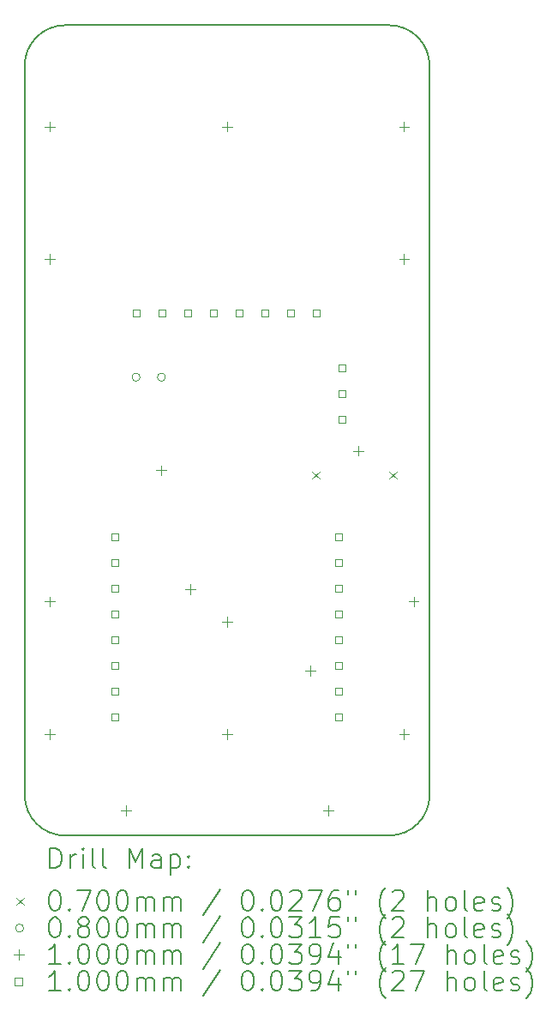
<source format=gbr>
%TF.GenerationSoftware,KiCad,Pcbnew,9.0.1-9.0.1-0~ubuntu24.04.1*%
%TF.CreationDate,2025-04-10T17:48:20-04:00*%
%TF.ProjectId,temperature_sensor,74656d70-6572-4617-9475-72655f73656e,rev?*%
%TF.SameCoordinates,Original*%
%TF.FileFunction,Drillmap*%
%TF.FilePolarity,Positive*%
%FSLAX45Y45*%
G04 Gerber Fmt 4.5, Leading zero omitted, Abs format (unit mm)*
G04 Created by KiCad (PCBNEW 9.0.1-9.0.1-0~ubuntu24.04.1) date 2025-04-10 17:48:20*
%MOMM*%
%LPD*%
G01*
G04 APERTURE LIST*
%ADD10C,0.200000*%
%ADD11C,0.100000*%
G04 APERTURE END LIST*
D10*
X16051700Y-5209400D02*
G75*
G02*
X16451700Y-5609400I0J-400000D01*
G01*
X16451700Y-12809400D02*
G75*
G02*
X16051700Y-13209400I-400000J0D01*
G01*
X16051700Y-13209400D02*
X12851700Y-13209400D01*
X16451700Y-5609400D02*
X16451700Y-12809400D01*
X12451700Y-12809400D02*
X12451700Y-5609400D01*
X12851700Y-13209400D02*
G75*
G02*
X12451700Y-12809400I0J400000D01*
G01*
X12451700Y-5609400D02*
G75*
G02*
X12851700Y-5209400I400000J0D01*
G01*
X12851700Y-5209400D02*
X16051700Y-5209400D01*
D11*
X15293900Y-9617000D02*
X15363900Y-9687000D01*
X15363900Y-9617000D02*
X15293900Y-9687000D01*
X16055900Y-9617000D02*
X16125900Y-9687000D01*
X16125900Y-9617000D02*
X16055900Y-9687000D01*
X13592429Y-8684200D02*
G75*
G02*
X13512429Y-8684200I-40000J0D01*
G01*
X13512429Y-8684200D02*
G75*
G02*
X13592429Y-8684200I40000J0D01*
G01*
X13842429Y-8684200D02*
G75*
G02*
X13762429Y-8684200I-40000J0D01*
G01*
X13762429Y-8684200D02*
G75*
G02*
X13842429Y-8684200I40000J0D01*
G01*
X12700000Y-6160000D02*
X12700000Y-6260000D01*
X12650000Y-6210000D02*
X12750000Y-6210000D01*
X12700000Y-7465000D02*
X12700000Y-7565000D01*
X12650000Y-7515000D02*
X12750000Y-7515000D01*
X12700000Y-10850000D02*
X12700000Y-10950000D01*
X12650000Y-10900000D02*
X12750000Y-10900000D01*
X12700000Y-12160000D02*
X12700000Y-12260000D01*
X12650000Y-12210000D02*
X12750000Y-12210000D01*
X13450000Y-12910000D02*
X13450000Y-13010000D01*
X13400000Y-12960000D02*
X13500000Y-12960000D01*
X13800000Y-9554098D02*
X13800000Y-9654098D01*
X13750000Y-9604098D02*
X13850000Y-9604098D01*
X14085000Y-10725000D02*
X14085000Y-10825000D01*
X14035000Y-10775000D02*
X14135000Y-10775000D01*
X14450000Y-6160000D02*
X14450000Y-6260000D01*
X14400000Y-6210000D02*
X14500000Y-6210000D01*
X14450000Y-11050000D02*
X14450000Y-11150000D01*
X14400000Y-11100000D02*
X14500000Y-11100000D01*
X14450000Y-12160000D02*
X14450000Y-12260000D01*
X14400000Y-12210000D02*
X14500000Y-12210000D01*
X15275000Y-11535000D02*
X15275000Y-11635000D01*
X15225000Y-11585000D02*
X15325000Y-11585000D01*
X15450000Y-12910000D02*
X15450000Y-13010000D01*
X15400000Y-12960000D02*
X15500000Y-12960000D01*
X15748000Y-9360700D02*
X15748000Y-9460700D01*
X15698000Y-9410700D02*
X15798000Y-9410700D01*
X16200000Y-6160000D02*
X16200000Y-6260000D01*
X16150000Y-6210000D02*
X16250000Y-6210000D01*
X16200000Y-7470000D02*
X16200000Y-7570000D01*
X16150000Y-7520000D02*
X16250000Y-7520000D01*
X16200000Y-12160000D02*
X16200000Y-12260000D01*
X16150000Y-12210000D02*
X16250000Y-12210000D01*
X16294100Y-10849800D02*
X16294100Y-10949800D01*
X16244100Y-10899800D02*
X16344100Y-10899800D01*
X13375556Y-10294356D02*
X13375556Y-10223644D01*
X13304844Y-10223644D01*
X13304844Y-10294356D01*
X13375556Y-10294356D01*
X13375556Y-10548356D02*
X13375556Y-10477644D01*
X13304844Y-10477644D01*
X13304844Y-10548356D01*
X13375556Y-10548356D01*
X13375556Y-10802356D02*
X13375556Y-10731644D01*
X13304844Y-10731644D01*
X13304844Y-10802356D01*
X13375556Y-10802356D01*
X13375556Y-11056356D02*
X13375556Y-10985644D01*
X13304844Y-10985644D01*
X13304844Y-11056356D01*
X13375556Y-11056356D01*
X13375556Y-11310356D02*
X13375556Y-11239644D01*
X13304844Y-11239644D01*
X13304844Y-11310356D01*
X13375556Y-11310356D01*
X13375556Y-11564356D02*
X13375556Y-11493644D01*
X13304844Y-11493644D01*
X13304844Y-11564356D01*
X13375556Y-11564356D01*
X13375556Y-11818356D02*
X13375556Y-11747644D01*
X13304844Y-11747644D01*
X13304844Y-11818356D01*
X13375556Y-11818356D01*
X13375556Y-12072356D02*
X13375556Y-12001644D01*
X13304844Y-12001644D01*
X13304844Y-12072356D01*
X13375556Y-12072356D01*
X13591456Y-8084556D02*
X13591456Y-8013844D01*
X13520744Y-8013844D01*
X13520744Y-8084556D01*
X13591456Y-8084556D01*
X13845456Y-8084556D02*
X13845456Y-8013844D01*
X13774744Y-8013844D01*
X13774744Y-8084556D01*
X13845456Y-8084556D01*
X14099456Y-8084556D02*
X14099456Y-8013844D01*
X14028744Y-8013844D01*
X14028744Y-8084556D01*
X14099456Y-8084556D01*
X14353456Y-8084556D02*
X14353456Y-8013844D01*
X14282744Y-8013844D01*
X14282744Y-8084556D01*
X14353456Y-8084556D01*
X14607456Y-8084556D02*
X14607456Y-8013844D01*
X14536744Y-8013844D01*
X14536744Y-8084556D01*
X14607456Y-8084556D01*
X14861456Y-8084556D02*
X14861456Y-8013844D01*
X14790744Y-8013844D01*
X14790744Y-8084556D01*
X14861456Y-8084556D01*
X15115456Y-8084556D02*
X15115456Y-8013844D01*
X15044744Y-8013844D01*
X15044744Y-8084556D01*
X15115456Y-8084556D01*
X15369456Y-8084556D02*
X15369456Y-8013844D01*
X15298744Y-8013844D01*
X15298744Y-8084556D01*
X15369456Y-8084556D01*
X15585356Y-10294356D02*
X15585356Y-10223644D01*
X15514644Y-10223644D01*
X15514644Y-10294356D01*
X15585356Y-10294356D01*
X15585356Y-10548356D02*
X15585356Y-10477644D01*
X15514644Y-10477644D01*
X15514644Y-10548356D01*
X15585356Y-10548356D01*
X15585356Y-10802356D02*
X15585356Y-10731644D01*
X15514644Y-10731644D01*
X15514644Y-10802356D01*
X15585356Y-10802356D01*
X15585356Y-11056356D02*
X15585356Y-10985644D01*
X15514644Y-10985644D01*
X15514644Y-11056356D01*
X15585356Y-11056356D01*
X15585356Y-11310356D02*
X15585356Y-11239644D01*
X15514644Y-11239644D01*
X15514644Y-11310356D01*
X15585356Y-11310356D01*
X15585356Y-11564356D02*
X15585356Y-11493644D01*
X15514644Y-11493644D01*
X15514644Y-11564356D01*
X15585356Y-11564356D01*
X15585356Y-11818356D02*
X15585356Y-11747644D01*
X15514644Y-11747644D01*
X15514644Y-11818356D01*
X15585356Y-11818356D01*
X15585356Y-12072356D02*
X15585356Y-12001644D01*
X15514644Y-12001644D01*
X15514644Y-12072356D01*
X15585356Y-12072356D01*
X15623456Y-8630656D02*
X15623456Y-8559944D01*
X15552744Y-8559944D01*
X15552744Y-8630656D01*
X15623456Y-8630656D01*
X15623456Y-8884656D02*
X15623456Y-8813944D01*
X15552744Y-8813944D01*
X15552744Y-8884656D01*
X15623456Y-8884656D01*
X15623456Y-9138656D02*
X15623456Y-9067944D01*
X15552744Y-9067944D01*
X15552744Y-9138656D01*
X15623456Y-9138656D01*
D10*
X12702477Y-13530884D02*
X12702477Y-13330884D01*
X12702477Y-13330884D02*
X12750096Y-13330884D01*
X12750096Y-13330884D02*
X12778667Y-13340408D01*
X12778667Y-13340408D02*
X12797715Y-13359455D01*
X12797715Y-13359455D02*
X12807239Y-13378503D01*
X12807239Y-13378503D02*
X12816762Y-13416598D01*
X12816762Y-13416598D02*
X12816762Y-13445169D01*
X12816762Y-13445169D02*
X12807239Y-13483265D01*
X12807239Y-13483265D02*
X12797715Y-13502312D01*
X12797715Y-13502312D02*
X12778667Y-13521360D01*
X12778667Y-13521360D02*
X12750096Y-13530884D01*
X12750096Y-13530884D02*
X12702477Y-13530884D01*
X12902477Y-13530884D02*
X12902477Y-13397550D01*
X12902477Y-13435646D02*
X12912001Y-13416598D01*
X12912001Y-13416598D02*
X12921524Y-13407074D01*
X12921524Y-13407074D02*
X12940572Y-13397550D01*
X12940572Y-13397550D02*
X12959620Y-13397550D01*
X13026286Y-13530884D02*
X13026286Y-13397550D01*
X13026286Y-13330884D02*
X13016762Y-13340408D01*
X13016762Y-13340408D02*
X13026286Y-13349931D01*
X13026286Y-13349931D02*
X13035810Y-13340408D01*
X13035810Y-13340408D02*
X13026286Y-13330884D01*
X13026286Y-13330884D02*
X13026286Y-13349931D01*
X13150096Y-13530884D02*
X13131048Y-13521360D01*
X13131048Y-13521360D02*
X13121524Y-13502312D01*
X13121524Y-13502312D02*
X13121524Y-13330884D01*
X13254858Y-13530884D02*
X13235810Y-13521360D01*
X13235810Y-13521360D02*
X13226286Y-13502312D01*
X13226286Y-13502312D02*
X13226286Y-13330884D01*
X13483429Y-13530884D02*
X13483429Y-13330884D01*
X13483429Y-13330884D02*
X13550096Y-13473741D01*
X13550096Y-13473741D02*
X13616762Y-13330884D01*
X13616762Y-13330884D02*
X13616762Y-13530884D01*
X13797715Y-13530884D02*
X13797715Y-13426122D01*
X13797715Y-13426122D02*
X13788191Y-13407074D01*
X13788191Y-13407074D02*
X13769143Y-13397550D01*
X13769143Y-13397550D02*
X13731048Y-13397550D01*
X13731048Y-13397550D02*
X13712001Y-13407074D01*
X13797715Y-13521360D02*
X13778667Y-13530884D01*
X13778667Y-13530884D02*
X13731048Y-13530884D01*
X13731048Y-13530884D02*
X13712001Y-13521360D01*
X13712001Y-13521360D02*
X13702477Y-13502312D01*
X13702477Y-13502312D02*
X13702477Y-13483265D01*
X13702477Y-13483265D02*
X13712001Y-13464217D01*
X13712001Y-13464217D02*
X13731048Y-13454693D01*
X13731048Y-13454693D02*
X13778667Y-13454693D01*
X13778667Y-13454693D02*
X13797715Y-13445169D01*
X13892953Y-13397550D02*
X13892953Y-13597550D01*
X13892953Y-13407074D02*
X13912001Y-13397550D01*
X13912001Y-13397550D02*
X13950096Y-13397550D01*
X13950096Y-13397550D02*
X13969143Y-13407074D01*
X13969143Y-13407074D02*
X13978667Y-13416598D01*
X13978667Y-13416598D02*
X13988191Y-13435646D01*
X13988191Y-13435646D02*
X13988191Y-13492788D01*
X13988191Y-13492788D02*
X13978667Y-13511836D01*
X13978667Y-13511836D02*
X13969143Y-13521360D01*
X13969143Y-13521360D02*
X13950096Y-13530884D01*
X13950096Y-13530884D02*
X13912001Y-13530884D01*
X13912001Y-13530884D02*
X13892953Y-13521360D01*
X14073905Y-13511836D02*
X14083429Y-13521360D01*
X14083429Y-13521360D02*
X14073905Y-13530884D01*
X14073905Y-13530884D02*
X14064382Y-13521360D01*
X14064382Y-13521360D02*
X14073905Y-13511836D01*
X14073905Y-13511836D02*
X14073905Y-13530884D01*
X14073905Y-13407074D02*
X14083429Y-13416598D01*
X14083429Y-13416598D02*
X14073905Y-13426122D01*
X14073905Y-13426122D02*
X14064382Y-13416598D01*
X14064382Y-13416598D02*
X14073905Y-13407074D01*
X14073905Y-13407074D02*
X14073905Y-13426122D01*
D11*
X12371700Y-13824400D02*
X12441700Y-13894400D01*
X12441700Y-13824400D02*
X12371700Y-13894400D01*
D10*
X12740572Y-13750884D02*
X12759620Y-13750884D01*
X12759620Y-13750884D02*
X12778667Y-13760408D01*
X12778667Y-13760408D02*
X12788191Y-13769931D01*
X12788191Y-13769931D02*
X12797715Y-13788979D01*
X12797715Y-13788979D02*
X12807239Y-13827074D01*
X12807239Y-13827074D02*
X12807239Y-13874693D01*
X12807239Y-13874693D02*
X12797715Y-13912788D01*
X12797715Y-13912788D02*
X12788191Y-13931836D01*
X12788191Y-13931836D02*
X12778667Y-13941360D01*
X12778667Y-13941360D02*
X12759620Y-13950884D01*
X12759620Y-13950884D02*
X12740572Y-13950884D01*
X12740572Y-13950884D02*
X12721524Y-13941360D01*
X12721524Y-13941360D02*
X12712001Y-13931836D01*
X12712001Y-13931836D02*
X12702477Y-13912788D01*
X12702477Y-13912788D02*
X12692953Y-13874693D01*
X12692953Y-13874693D02*
X12692953Y-13827074D01*
X12692953Y-13827074D02*
X12702477Y-13788979D01*
X12702477Y-13788979D02*
X12712001Y-13769931D01*
X12712001Y-13769931D02*
X12721524Y-13760408D01*
X12721524Y-13760408D02*
X12740572Y-13750884D01*
X12892953Y-13931836D02*
X12902477Y-13941360D01*
X12902477Y-13941360D02*
X12892953Y-13950884D01*
X12892953Y-13950884D02*
X12883429Y-13941360D01*
X12883429Y-13941360D02*
X12892953Y-13931836D01*
X12892953Y-13931836D02*
X12892953Y-13950884D01*
X12969143Y-13750884D02*
X13102477Y-13750884D01*
X13102477Y-13750884D02*
X13016762Y-13950884D01*
X13216762Y-13750884D02*
X13235810Y-13750884D01*
X13235810Y-13750884D02*
X13254858Y-13760408D01*
X13254858Y-13760408D02*
X13264382Y-13769931D01*
X13264382Y-13769931D02*
X13273905Y-13788979D01*
X13273905Y-13788979D02*
X13283429Y-13827074D01*
X13283429Y-13827074D02*
X13283429Y-13874693D01*
X13283429Y-13874693D02*
X13273905Y-13912788D01*
X13273905Y-13912788D02*
X13264382Y-13931836D01*
X13264382Y-13931836D02*
X13254858Y-13941360D01*
X13254858Y-13941360D02*
X13235810Y-13950884D01*
X13235810Y-13950884D02*
X13216762Y-13950884D01*
X13216762Y-13950884D02*
X13197715Y-13941360D01*
X13197715Y-13941360D02*
X13188191Y-13931836D01*
X13188191Y-13931836D02*
X13178667Y-13912788D01*
X13178667Y-13912788D02*
X13169143Y-13874693D01*
X13169143Y-13874693D02*
X13169143Y-13827074D01*
X13169143Y-13827074D02*
X13178667Y-13788979D01*
X13178667Y-13788979D02*
X13188191Y-13769931D01*
X13188191Y-13769931D02*
X13197715Y-13760408D01*
X13197715Y-13760408D02*
X13216762Y-13750884D01*
X13407239Y-13750884D02*
X13426286Y-13750884D01*
X13426286Y-13750884D02*
X13445334Y-13760408D01*
X13445334Y-13760408D02*
X13454858Y-13769931D01*
X13454858Y-13769931D02*
X13464382Y-13788979D01*
X13464382Y-13788979D02*
X13473905Y-13827074D01*
X13473905Y-13827074D02*
X13473905Y-13874693D01*
X13473905Y-13874693D02*
X13464382Y-13912788D01*
X13464382Y-13912788D02*
X13454858Y-13931836D01*
X13454858Y-13931836D02*
X13445334Y-13941360D01*
X13445334Y-13941360D02*
X13426286Y-13950884D01*
X13426286Y-13950884D02*
X13407239Y-13950884D01*
X13407239Y-13950884D02*
X13388191Y-13941360D01*
X13388191Y-13941360D02*
X13378667Y-13931836D01*
X13378667Y-13931836D02*
X13369143Y-13912788D01*
X13369143Y-13912788D02*
X13359620Y-13874693D01*
X13359620Y-13874693D02*
X13359620Y-13827074D01*
X13359620Y-13827074D02*
X13369143Y-13788979D01*
X13369143Y-13788979D02*
X13378667Y-13769931D01*
X13378667Y-13769931D02*
X13388191Y-13760408D01*
X13388191Y-13760408D02*
X13407239Y-13750884D01*
X13559620Y-13950884D02*
X13559620Y-13817550D01*
X13559620Y-13836598D02*
X13569143Y-13827074D01*
X13569143Y-13827074D02*
X13588191Y-13817550D01*
X13588191Y-13817550D02*
X13616763Y-13817550D01*
X13616763Y-13817550D02*
X13635810Y-13827074D01*
X13635810Y-13827074D02*
X13645334Y-13846122D01*
X13645334Y-13846122D02*
X13645334Y-13950884D01*
X13645334Y-13846122D02*
X13654858Y-13827074D01*
X13654858Y-13827074D02*
X13673905Y-13817550D01*
X13673905Y-13817550D02*
X13702477Y-13817550D01*
X13702477Y-13817550D02*
X13721524Y-13827074D01*
X13721524Y-13827074D02*
X13731048Y-13846122D01*
X13731048Y-13846122D02*
X13731048Y-13950884D01*
X13826286Y-13950884D02*
X13826286Y-13817550D01*
X13826286Y-13836598D02*
X13835810Y-13827074D01*
X13835810Y-13827074D02*
X13854858Y-13817550D01*
X13854858Y-13817550D02*
X13883429Y-13817550D01*
X13883429Y-13817550D02*
X13902477Y-13827074D01*
X13902477Y-13827074D02*
X13912001Y-13846122D01*
X13912001Y-13846122D02*
X13912001Y-13950884D01*
X13912001Y-13846122D02*
X13921524Y-13827074D01*
X13921524Y-13827074D02*
X13940572Y-13817550D01*
X13940572Y-13817550D02*
X13969143Y-13817550D01*
X13969143Y-13817550D02*
X13988191Y-13827074D01*
X13988191Y-13827074D02*
X13997715Y-13846122D01*
X13997715Y-13846122D02*
X13997715Y-13950884D01*
X14388191Y-13741360D02*
X14216763Y-13998503D01*
X14645334Y-13750884D02*
X14664382Y-13750884D01*
X14664382Y-13750884D02*
X14683429Y-13760408D01*
X14683429Y-13760408D02*
X14692953Y-13769931D01*
X14692953Y-13769931D02*
X14702477Y-13788979D01*
X14702477Y-13788979D02*
X14712001Y-13827074D01*
X14712001Y-13827074D02*
X14712001Y-13874693D01*
X14712001Y-13874693D02*
X14702477Y-13912788D01*
X14702477Y-13912788D02*
X14692953Y-13931836D01*
X14692953Y-13931836D02*
X14683429Y-13941360D01*
X14683429Y-13941360D02*
X14664382Y-13950884D01*
X14664382Y-13950884D02*
X14645334Y-13950884D01*
X14645334Y-13950884D02*
X14626286Y-13941360D01*
X14626286Y-13941360D02*
X14616763Y-13931836D01*
X14616763Y-13931836D02*
X14607239Y-13912788D01*
X14607239Y-13912788D02*
X14597715Y-13874693D01*
X14597715Y-13874693D02*
X14597715Y-13827074D01*
X14597715Y-13827074D02*
X14607239Y-13788979D01*
X14607239Y-13788979D02*
X14616763Y-13769931D01*
X14616763Y-13769931D02*
X14626286Y-13760408D01*
X14626286Y-13760408D02*
X14645334Y-13750884D01*
X14797715Y-13931836D02*
X14807239Y-13941360D01*
X14807239Y-13941360D02*
X14797715Y-13950884D01*
X14797715Y-13950884D02*
X14788191Y-13941360D01*
X14788191Y-13941360D02*
X14797715Y-13931836D01*
X14797715Y-13931836D02*
X14797715Y-13950884D01*
X14931048Y-13750884D02*
X14950096Y-13750884D01*
X14950096Y-13750884D02*
X14969144Y-13760408D01*
X14969144Y-13760408D02*
X14978667Y-13769931D01*
X14978667Y-13769931D02*
X14988191Y-13788979D01*
X14988191Y-13788979D02*
X14997715Y-13827074D01*
X14997715Y-13827074D02*
X14997715Y-13874693D01*
X14997715Y-13874693D02*
X14988191Y-13912788D01*
X14988191Y-13912788D02*
X14978667Y-13931836D01*
X14978667Y-13931836D02*
X14969144Y-13941360D01*
X14969144Y-13941360D02*
X14950096Y-13950884D01*
X14950096Y-13950884D02*
X14931048Y-13950884D01*
X14931048Y-13950884D02*
X14912001Y-13941360D01*
X14912001Y-13941360D02*
X14902477Y-13931836D01*
X14902477Y-13931836D02*
X14892953Y-13912788D01*
X14892953Y-13912788D02*
X14883429Y-13874693D01*
X14883429Y-13874693D02*
X14883429Y-13827074D01*
X14883429Y-13827074D02*
X14892953Y-13788979D01*
X14892953Y-13788979D02*
X14902477Y-13769931D01*
X14902477Y-13769931D02*
X14912001Y-13760408D01*
X14912001Y-13760408D02*
X14931048Y-13750884D01*
X15073906Y-13769931D02*
X15083429Y-13760408D01*
X15083429Y-13760408D02*
X15102477Y-13750884D01*
X15102477Y-13750884D02*
X15150096Y-13750884D01*
X15150096Y-13750884D02*
X15169144Y-13760408D01*
X15169144Y-13760408D02*
X15178667Y-13769931D01*
X15178667Y-13769931D02*
X15188191Y-13788979D01*
X15188191Y-13788979D02*
X15188191Y-13808027D01*
X15188191Y-13808027D02*
X15178667Y-13836598D01*
X15178667Y-13836598D02*
X15064382Y-13950884D01*
X15064382Y-13950884D02*
X15188191Y-13950884D01*
X15254858Y-13750884D02*
X15388191Y-13750884D01*
X15388191Y-13750884D02*
X15302477Y-13950884D01*
X15550096Y-13750884D02*
X15512001Y-13750884D01*
X15512001Y-13750884D02*
X15492953Y-13760408D01*
X15492953Y-13760408D02*
X15483429Y-13769931D01*
X15483429Y-13769931D02*
X15464382Y-13798503D01*
X15464382Y-13798503D02*
X15454858Y-13836598D01*
X15454858Y-13836598D02*
X15454858Y-13912788D01*
X15454858Y-13912788D02*
X15464382Y-13931836D01*
X15464382Y-13931836D02*
X15473906Y-13941360D01*
X15473906Y-13941360D02*
X15492953Y-13950884D01*
X15492953Y-13950884D02*
X15531048Y-13950884D01*
X15531048Y-13950884D02*
X15550096Y-13941360D01*
X15550096Y-13941360D02*
X15559620Y-13931836D01*
X15559620Y-13931836D02*
X15569144Y-13912788D01*
X15569144Y-13912788D02*
X15569144Y-13865169D01*
X15569144Y-13865169D02*
X15559620Y-13846122D01*
X15559620Y-13846122D02*
X15550096Y-13836598D01*
X15550096Y-13836598D02*
X15531048Y-13827074D01*
X15531048Y-13827074D02*
X15492953Y-13827074D01*
X15492953Y-13827074D02*
X15473906Y-13836598D01*
X15473906Y-13836598D02*
X15464382Y-13846122D01*
X15464382Y-13846122D02*
X15454858Y-13865169D01*
X15645334Y-13750884D02*
X15645334Y-13788979D01*
X15721525Y-13750884D02*
X15721525Y-13788979D01*
X16016763Y-14027074D02*
X16007239Y-14017550D01*
X16007239Y-14017550D02*
X15988191Y-13988979D01*
X15988191Y-13988979D02*
X15978668Y-13969931D01*
X15978668Y-13969931D02*
X15969144Y-13941360D01*
X15969144Y-13941360D02*
X15959620Y-13893741D01*
X15959620Y-13893741D02*
X15959620Y-13855646D01*
X15959620Y-13855646D02*
X15969144Y-13808027D01*
X15969144Y-13808027D02*
X15978668Y-13779455D01*
X15978668Y-13779455D02*
X15988191Y-13760408D01*
X15988191Y-13760408D02*
X16007239Y-13731836D01*
X16007239Y-13731836D02*
X16016763Y-13722312D01*
X16083429Y-13769931D02*
X16092953Y-13760408D01*
X16092953Y-13760408D02*
X16112001Y-13750884D01*
X16112001Y-13750884D02*
X16159620Y-13750884D01*
X16159620Y-13750884D02*
X16178668Y-13760408D01*
X16178668Y-13760408D02*
X16188191Y-13769931D01*
X16188191Y-13769931D02*
X16197715Y-13788979D01*
X16197715Y-13788979D02*
X16197715Y-13808027D01*
X16197715Y-13808027D02*
X16188191Y-13836598D01*
X16188191Y-13836598D02*
X16073906Y-13950884D01*
X16073906Y-13950884D02*
X16197715Y-13950884D01*
X16435810Y-13950884D02*
X16435810Y-13750884D01*
X16521525Y-13950884D02*
X16521525Y-13846122D01*
X16521525Y-13846122D02*
X16512001Y-13827074D01*
X16512001Y-13827074D02*
X16492953Y-13817550D01*
X16492953Y-13817550D02*
X16464382Y-13817550D01*
X16464382Y-13817550D02*
X16445334Y-13827074D01*
X16445334Y-13827074D02*
X16435810Y-13836598D01*
X16645334Y-13950884D02*
X16626287Y-13941360D01*
X16626287Y-13941360D02*
X16616763Y-13931836D01*
X16616763Y-13931836D02*
X16607239Y-13912788D01*
X16607239Y-13912788D02*
X16607239Y-13855646D01*
X16607239Y-13855646D02*
X16616763Y-13836598D01*
X16616763Y-13836598D02*
X16626287Y-13827074D01*
X16626287Y-13827074D02*
X16645334Y-13817550D01*
X16645334Y-13817550D02*
X16673906Y-13817550D01*
X16673906Y-13817550D02*
X16692953Y-13827074D01*
X16692953Y-13827074D02*
X16702477Y-13836598D01*
X16702477Y-13836598D02*
X16712001Y-13855646D01*
X16712001Y-13855646D02*
X16712001Y-13912788D01*
X16712001Y-13912788D02*
X16702477Y-13931836D01*
X16702477Y-13931836D02*
X16692953Y-13941360D01*
X16692953Y-13941360D02*
X16673906Y-13950884D01*
X16673906Y-13950884D02*
X16645334Y-13950884D01*
X16826287Y-13950884D02*
X16807239Y-13941360D01*
X16807239Y-13941360D02*
X16797715Y-13922312D01*
X16797715Y-13922312D02*
X16797715Y-13750884D01*
X16978668Y-13941360D02*
X16959620Y-13950884D01*
X16959620Y-13950884D02*
X16921525Y-13950884D01*
X16921525Y-13950884D02*
X16902477Y-13941360D01*
X16902477Y-13941360D02*
X16892953Y-13922312D01*
X16892953Y-13922312D02*
X16892953Y-13846122D01*
X16892953Y-13846122D02*
X16902477Y-13827074D01*
X16902477Y-13827074D02*
X16921525Y-13817550D01*
X16921525Y-13817550D02*
X16959620Y-13817550D01*
X16959620Y-13817550D02*
X16978668Y-13827074D01*
X16978668Y-13827074D02*
X16988192Y-13846122D01*
X16988192Y-13846122D02*
X16988192Y-13865169D01*
X16988192Y-13865169D02*
X16892953Y-13884217D01*
X17064382Y-13941360D02*
X17083430Y-13950884D01*
X17083430Y-13950884D02*
X17121525Y-13950884D01*
X17121525Y-13950884D02*
X17140573Y-13941360D01*
X17140573Y-13941360D02*
X17150096Y-13922312D01*
X17150096Y-13922312D02*
X17150096Y-13912788D01*
X17150096Y-13912788D02*
X17140573Y-13893741D01*
X17140573Y-13893741D02*
X17121525Y-13884217D01*
X17121525Y-13884217D02*
X17092953Y-13884217D01*
X17092953Y-13884217D02*
X17073906Y-13874693D01*
X17073906Y-13874693D02*
X17064382Y-13855646D01*
X17064382Y-13855646D02*
X17064382Y-13846122D01*
X17064382Y-13846122D02*
X17073906Y-13827074D01*
X17073906Y-13827074D02*
X17092953Y-13817550D01*
X17092953Y-13817550D02*
X17121525Y-13817550D01*
X17121525Y-13817550D02*
X17140573Y-13827074D01*
X17216763Y-14027074D02*
X17226287Y-14017550D01*
X17226287Y-14017550D02*
X17245334Y-13988979D01*
X17245334Y-13988979D02*
X17254858Y-13969931D01*
X17254858Y-13969931D02*
X17264382Y-13941360D01*
X17264382Y-13941360D02*
X17273906Y-13893741D01*
X17273906Y-13893741D02*
X17273906Y-13855646D01*
X17273906Y-13855646D02*
X17264382Y-13808027D01*
X17264382Y-13808027D02*
X17254858Y-13779455D01*
X17254858Y-13779455D02*
X17245334Y-13760408D01*
X17245334Y-13760408D02*
X17226287Y-13731836D01*
X17226287Y-13731836D02*
X17216763Y-13722312D01*
D11*
X12441700Y-14123400D02*
G75*
G02*
X12361700Y-14123400I-40000J0D01*
G01*
X12361700Y-14123400D02*
G75*
G02*
X12441700Y-14123400I40000J0D01*
G01*
D10*
X12740572Y-14014884D02*
X12759620Y-14014884D01*
X12759620Y-14014884D02*
X12778667Y-14024408D01*
X12778667Y-14024408D02*
X12788191Y-14033931D01*
X12788191Y-14033931D02*
X12797715Y-14052979D01*
X12797715Y-14052979D02*
X12807239Y-14091074D01*
X12807239Y-14091074D02*
X12807239Y-14138693D01*
X12807239Y-14138693D02*
X12797715Y-14176788D01*
X12797715Y-14176788D02*
X12788191Y-14195836D01*
X12788191Y-14195836D02*
X12778667Y-14205360D01*
X12778667Y-14205360D02*
X12759620Y-14214884D01*
X12759620Y-14214884D02*
X12740572Y-14214884D01*
X12740572Y-14214884D02*
X12721524Y-14205360D01*
X12721524Y-14205360D02*
X12712001Y-14195836D01*
X12712001Y-14195836D02*
X12702477Y-14176788D01*
X12702477Y-14176788D02*
X12692953Y-14138693D01*
X12692953Y-14138693D02*
X12692953Y-14091074D01*
X12692953Y-14091074D02*
X12702477Y-14052979D01*
X12702477Y-14052979D02*
X12712001Y-14033931D01*
X12712001Y-14033931D02*
X12721524Y-14024408D01*
X12721524Y-14024408D02*
X12740572Y-14014884D01*
X12892953Y-14195836D02*
X12902477Y-14205360D01*
X12902477Y-14205360D02*
X12892953Y-14214884D01*
X12892953Y-14214884D02*
X12883429Y-14205360D01*
X12883429Y-14205360D02*
X12892953Y-14195836D01*
X12892953Y-14195836D02*
X12892953Y-14214884D01*
X13016762Y-14100598D02*
X12997715Y-14091074D01*
X12997715Y-14091074D02*
X12988191Y-14081550D01*
X12988191Y-14081550D02*
X12978667Y-14062503D01*
X12978667Y-14062503D02*
X12978667Y-14052979D01*
X12978667Y-14052979D02*
X12988191Y-14033931D01*
X12988191Y-14033931D02*
X12997715Y-14024408D01*
X12997715Y-14024408D02*
X13016762Y-14014884D01*
X13016762Y-14014884D02*
X13054858Y-14014884D01*
X13054858Y-14014884D02*
X13073905Y-14024408D01*
X13073905Y-14024408D02*
X13083429Y-14033931D01*
X13083429Y-14033931D02*
X13092953Y-14052979D01*
X13092953Y-14052979D02*
X13092953Y-14062503D01*
X13092953Y-14062503D02*
X13083429Y-14081550D01*
X13083429Y-14081550D02*
X13073905Y-14091074D01*
X13073905Y-14091074D02*
X13054858Y-14100598D01*
X13054858Y-14100598D02*
X13016762Y-14100598D01*
X13016762Y-14100598D02*
X12997715Y-14110122D01*
X12997715Y-14110122D02*
X12988191Y-14119646D01*
X12988191Y-14119646D02*
X12978667Y-14138693D01*
X12978667Y-14138693D02*
X12978667Y-14176788D01*
X12978667Y-14176788D02*
X12988191Y-14195836D01*
X12988191Y-14195836D02*
X12997715Y-14205360D01*
X12997715Y-14205360D02*
X13016762Y-14214884D01*
X13016762Y-14214884D02*
X13054858Y-14214884D01*
X13054858Y-14214884D02*
X13073905Y-14205360D01*
X13073905Y-14205360D02*
X13083429Y-14195836D01*
X13083429Y-14195836D02*
X13092953Y-14176788D01*
X13092953Y-14176788D02*
X13092953Y-14138693D01*
X13092953Y-14138693D02*
X13083429Y-14119646D01*
X13083429Y-14119646D02*
X13073905Y-14110122D01*
X13073905Y-14110122D02*
X13054858Y-14100598D01*
X13216762Y-14014884D02*
X13235810Y-14014884D01*
X13235810Y-14014884D02*
X13254858Y-14024408D01*
X13254858Y-14024408D02*
X13264382Y-14033931D01*
X13264382Y-14033931D02*
X13273905Y-14052979D01*
X13273905Y-14052979D02*
X13283429Y-14091074D01*
X13283429Y-14091074D02*
X13283429Y-14138693D01*
X13283429Y-14138693D02*
X13273905Y-14176788D01*
X13273905Y-14176788D02*
X13264382Y-14195836D01*
X13264382Y-14195836D02*
X13254858Y-14205360D01*
X13254858Y-14205360D02*
X13235810Y-14214884D01*
X13235810Y-14214884D02*
X13216762Y-14214884D01*
X13216762Y-14214884D02*
X13197715Y-14205360D01*
X13197715Y-14205360D02*
X13188191Y-14195836D01*
X13188191Y-14195836D02*
X13178667Y-14176788D01*
X13178667Y-14176788D02*
X13169143Y-14138693D01*
X13169143Y-14138693D02*
X13169143Y-14091074D01*
X13169143Y-14091074D02*
X13178667Y-14052979D01*
X13178667Y-14052979D02*
X13188191Y-14033931D01*
X13188191Y-14033931D02*
X13197715Y-14024408D01*
X13197715Y-14024408D02*
X13216762Y-14014884D01*
X13407239Y-14014884D02*
X13426286Y-14014884D01*
X13426286Y-14014884D02*
X13445334Y-14024408D01*
X13445334Y-14024408D02*
X13454858Y-14033931D01*
X13454858Y-14033931D02*
X13464382Y-14052979D01*
X13464382Y-14052979D02*
X13473905Y-14091074D01*
X13473905Y-14091074D02*
X13473905Y-14138693D01*
X13473905Y-14138693D02*
X13464382Y-14176788D01*
X13464382Y-14176788D02*
X13454858Y-14195836D01*
X13454858Y-14195836D02*
X13445334Y-14205360D01*
X13445334Y-14205360D02*
X13426286Y-14214884D01*
X13426286Y-14214884D02*
X13407239Y-14214884D01*
X13407239Y-14214884D02*
X13388191Y-14205360D01*
X13388191Y-14205360D02*
X13378667Y-14195836D01*
X13378667Y-14195836D02*
X13369143Y-14176788D01*
X13369143Y-14176788D02*
X13359620Y-14138693D01*
X13359620Y-14138693D02*
X13359620Y-14091074D01*
X13359620Y-14091074D02*
X13369143Y-14052979D01*
X13369143Y-14052979D02*
X13378667Y-14033931D01*
X13378667Y-14033931D02*
X13388191Y-14024408D01*
X13388191Y-14024408D02*
X13407239Y-14014884D01*
X13559620Y-14214884D02*
X13559620Y-14081550D01*
X13559620Y-14100598D02*
X13569143Y-14091074D01*
X13569143Y-14091074D02*
X13588191Y-14081550D01*
X13588191Y-14081550D02*
X13616763Y-14081550D01*
X13616763Y-14081550D02*
X13635810Y-14091074D01*
X13635810Y-14091074D02*
X13645334Y-14110122D01*
X13645334Y-14110122D02*
X13645334Y-14214884D01*
X13645334Y-14110122D02*
X13654858Y-14091074D01*
X13654858Y-14091074D02*
X13673905Y-14081550D01*
X13673905Y-14081550D02*
X13702477Y-14081550D01*
X13702477Y-14081550D02*
X13721524Y-14091074D01*
X13721524Y-14091074D02*
X13731048Y-14110122D01*
X13731048Y-14110122D02*
X13731048Y-14214884D01*
X13826286Y-14214884D02*
X13826286Y-14081550D01*
X13826286Y-14100598D02*
X13835810Y-14091074D01*
X13835810Y-14091074D02*
X13854858Y-14081550D01*
X13854858Y-14081550D02*
X13883429Y-14081550D01*
X13883429Y-14081550D02*
X13902477Y-14091074D01*
X13902477Y-14091074D02*
X13912001Y-14110122D01*
X13912001Y-14110122D02*
X13912001Y-14214884D01*
X13912001Y-14110122D02*
X13921524Y-14091074D01*
X13921524Y-14091074D02*
X13940572Y-14081550D01*
X13940572Y-14081550D02*
X13969143Y-14081550D01*
X13969143Y-14081550D02*
X13988191Y-14091074D01*
X13988191Y-14091074D02*
X13997715Y-14110122D01*
X13997715Y-14110122D02*
X13997715Y-14214884D01*
X14388191Y-14005360D02*
X14216763Y-14262503D01*
X14645334Y-14014884D02*
X14664382Y-14014884D01*
X14664382Y-14014884D02*
X14683429Y-14024408D01*
X14683429Y-14024408D02*
X14692953Y-14033931D01*
X14692953Y-14033931D02*
X14702477Y-14052979D01*
X14702477Y-14052979D02*
X14712001Y-14091074D01*
X14712001Y-14091074D02*
X14712001Y-14138693D01*
X14712001Y-14138693D02*
X14702477Y-14176788D01*
X14702477Y-14176788D02*
X14692953Y-14195836D01*
X14692953Y-14195836D02*
X14683429Y-14205360D01*
X14683429Y-14205360D02*
X14664382Y-14214884D01*
X14664382Y-14214884D02*
X14645334Y-14214884D01*
X14645334Y-14214884D02*
X14626286Y-14205360D01*
X14626286Y-14205360D02*
X14616763Y-14195836D01*
X14616763Y-14195836D02*
X14607239Y-14176788D01*
X14607239Y-14176788D02*
X14597715Y-14138693D01*
X14597715Y-14138693D02*
X14597715Y-14091074D01*
X14597715Y-14091074D02*
X14607239Y-14052979D01*
X14607239Y-14052979D02*
X14616763Y-14033931D01*
X14616763Y-14033931D02*
X14626286Y-14024408D01*
X14626286Y-14024408D02*
X14645334Y-14014884D01*
X14797715Y-14195836D02*
X14807239Y-14205360D01*
X14807239Y-14205360D02*
X14797715Y-14214884D01*
X14797715Y-14214884D02*
X14788191Y-14205360D01*
X14788191Y-14205360D02*
X14797715Y-14195836D01*
X14797715Y-14195836D02*
X14797715Y-14214884D01*
X14931048Y-14014884D02*
X14950096Y-14014884D01*
X14950096Y-14014884D02*
X14969144Y-14024408D01*
X14969144Y-14024408D02*
X14978667Y-14033931D01*
X14978667Y-14033931D02*
X14988191Y-14052979D01*
X14988191Y-14052979D02*
X14997715Y-14091074D01*
X14997715Y-14091074D02*
X14997715Y-14138693D01*
X14997715Y-14138693D02*
X14988191Y-14176788D01*
X14988191Y-14176788D02*
X14978667Y-14195836D01*
X14978667Y-14195836D02*
X14969144Y-14205360D01*
X14969144Y-14205360D02*
X14950096Y-14214884D01*
X14950096Y-14214884D02*
X14931048Y-14214884D01*
X14931048Y-14214884D02*
X14912001Y-14205360D01*
X14912001Y-14205360D02*
X14902477Y-14195836D01*
X14902477Y-14195836D02*
X14892953Y-14176788D01*
X14892953Y-14176788D02*
X14883429Y-14138693D01*
X14883429Y-14138693D02*
X14883429Y-14091074D01*
X14883429Y-14091074D02*
X14892953Y-14052979D01*
X14892953Y-14052979D02*
X14902477Y-14033931D01*
X14902477Y-14033931D02*
X14912001Y-14024408D01*
X14912001Y-14024408D02*
X14931048Y-14014884D01*
X15064382Y-14014884D02*
X15188191Y-14014884D01*
X15188191Y-14014884D02*
X15121525Y-14091074D01*
X15121525Y-14091074D02*
X15150096Y-14091074D01*
X15150096Y-14091074D02*
X15169144Y-14100598D01*
X15169144Y-14100598D02*
X15178667Y-14110122D01*
X15178667Y-14110122D02*
X15188191Y-14129169D01*
X15188191Y-14129169D02*
X15188191Y-14176788D01*
X15188191Y-14176788D02*
X15178667Y-14195836D01*
X15178667Y-14195836D02*
X15169144Y-14205360D01*
X15169144Y-14205360D02*
X15150096Y-14214884D01*
X15150096Y-14214884D02*
X15092953Y-14214884D01*
X15092953Y-14214884D02*
X15073906Y-14205360D01*
X15073906Y-14205360D02*
X15064382Y-14195836D01*
X15378667Y-14214884D02*
X15264382Y-14214884D01*
X15321525Y-14214884D02*
X15321525Y-14014884D01*
X15321525Y-14014884D02*
X15302477Y-14043455D01*
X15302477Y-14043455D02*
X15283429Y-14062503D01*
X15283429Y-14062503D02*
X15264382Y-14072027D01*
X15559620Y-14014884D02*
X15464382Y-14014884D01*
X15464382Y-14014884D02*
X15454858Y-14110122D01*
X15454858Y-14110122D02*
X15464382Y-14100598D01*
X15464382Y-14100598D02*
X15483429Y-14091074D01*
X15483429Y-14091074D02*
X15531048Y-14091074D01*
X15531048Y-14091074D02*
X15550096Y-14100598D01*
X15550096Y-14100598D02*
X15559620Y-14110122D01*
X15559620Y-14110122D02*
X15569144Y-14129169D01*
X15569144Y-14129169D02*
X15569144Y-14176788D01*
X15569144Y-14176788D02*
X15559620Y-14195836D01*
X15559620Y-14195836D02*
X15550096Y-14205360D01*
X15550096Y-14205360D02*
X15531048Y-14214884D01*
X15531048Y-14214884D02*
X15483429Y-14214884D01*
X15483429Y-14214884D02*
X15464382Y-14205360D01*
X15464382Y-14205360D02*
X15454858Y-14195836D01*
X15645334Y-14014884D02*
X15645334Y-14052979D01*
X15721525Y-14014884D02*
X15721525Y-14052979D01*
X16016763Y-14291074D02*
X16007239Y-14281550D01*
X16007239Y-14281550D02*
X15988191Y-14252979D01*
X15988191Y-14252979D02*
X15978668Y-14233931D01*
X15978668Y-14233931D02*
X15969144Y-14205360D01*
X15969144Y-14205360D02*
X15959620Y-14157741D01*
X15959620Y-14157741D02*
X15959620Y-14119646D01*
X15959620Y-14119646D02*
X15969144Y-14072027D01*
X15969144Y-14072027D02*
X15978668Y-14043455D01*
X15978668Y-14043455D02*
X15988191Y-14024408D01*
X15988191Y-14024408D02*
X16007239Y-13995836D01*
X16007239Y-13995836D02*
X16016763Y-13986312D01*
X16083429Y-14033931D02*
X16092953Y-14024408D01*
X16092953Y-14024408D02*
X16112001Y-14014884D01*
X16112001Y-14014884D02*
X16159620Y-14014884D01*
X16159620Y-14014884D02*
X16178668Y-14024408D01*
X16178668Y-14024408D02*
X16188191Y-14033931D01*
X16188191Y-14033931D02*
X16197715Y-14052979D01*
X16197715Y-14052979D02*
X16197715Y-14072027D01*
X16197715Y-14072027D02*
X16188191Y-14100598D01*
X16188191Y-14100598D02*
X16073906Y-14214884D01*
X16073906Y-14214884D02*
X16197715Y-14214884D01*
X16435810Y-14214884D02*
X16435810Y-14014884D01*
X16521525Y-14214884D02*
X16521525Y-14110122D01*
X16521525Y-14110122D02*
X16512001Y-14091074D01*
X16512001Y-14091074D02*
X16492953Y-14081550D01*
X16492953Y-14081550D02*
X16464382Y-14081550D01*
X16464382Y-14081550D02*
X16445334Y-14091074D01*
X16445334Y-14091074D02*
X16435810Y-14100598D01*
X16645334Y-14214884D02*
X16626287Y-14205360D01*
X16626287Y-14205360D02*
X16616763Y-14195836D01*
X16616763Y-14195836D02*
X16607239Y-14176788D01*
X16607239Y-14176788D02*
X16607239Y-14119646D01*
X16607239Y-14119646D02*
X16616763Y-14100598D01*
X16616763Y-14100598D02*
X16626287Y-14091074D01*
X16626287Y-14091074D02*
X16645334Y-14081550D01*
X16645334Y-14081550D02*
X16673906Y-14081550D01*
X16673906Y-14081550D02*
X16692953Y-14091074D01*
X16692953Y-14091074D02*
X16702477Y-14100598D01*
X16702477Y-14100598D02*
X16712001Y-14119646D01*
X16712001Y-14119646D02*
X16712001Y-14176788D01*
X16712001Y-14176788D02*
X16702477Y-14195836D01*
X16702477Y-14195836D02*
X16692953Y-14205360D01*
X16692953Y-14205360D02*
X16673906Y-14214884D01*
X16673906Y-14214884D02*
X16645334Y-14214884D01*
X16826287Y-14214884D02*
X16807239Y-14205360D01*
X16807239Y-14205360D02*
X16797715Y-14186312D01*
X16797715Y-14186312D02*
X16797715Y-14014884D01*
X16978668Y-14205360D02*
X16959620Y-14214884D01*
X16959620Y-14214884D02*
X16921525Y-14214884D01*
X16921525Y-14214884D02*
X16902477Y-14205360D01*
X16902477Y-14205360D02*
X16892953Y-14186312D01*
X16892953Y-14186312D02*
X16892953Y-14110122D01*
X16892953Y-14110122D02*
X16902477Y-14091074D01*
X16902477Y-14091074D02*
X16921525Y-14081550D01*
X16921525Y-14081550D02*
X16959620Y-14081550D01*
X16959620Y-14081550D02*
X16978668Y-14091074D01*
X16978668Y-14091074D02*
X16988192Y-14110122D01*
X16988192Y-14110122D02*
X16988192Y-14129169D01*
X16988192Y-14129169D02*
X16892953Y-14148217D01*
X17064382Y-14205360D02*
X17083430Y-14214884D01*
X17083430Y-14214884D02*
X17121525Y-14214884D01*
X17121525Y-14214884D02*
X17140573Y-14205360D01*
X17140573Y-14205360D02*
X17150096Y-14186312D01*
X17150096Y-14186312D02*
X17150096Y-14176788D01*
X17150096Y-14176788D02*
X17140573Y-14157741D01*
X17140573Y-14157741D02*
X17121525Y-14148217D01*
X17121525Y-14148217D02*
X17092953Y-14148217D01*
X17092953Y-14148217D02*
X17073906Y-14138693D01*
X17073906Y-14138693D02*
X17064382Y-14119646D01*
X17064382Y-14119646D02*
X17064382Y-14110122D01*
X17064382Y-14110122D02*
X17073906Y-14091074D01*
X17073906Y-14091074D02*
X17092953Y-14081550D01*
X17092953Y-14081550D02*
X17121525Y-14081550D01*
X17121525Y-14081550D02*
X17140573Y-14091074D01*
X17216763Y-14291074D02*
X17226287Y-14281550D01*
X17226287Y-14281550D02*
X17245334Y-14252979D01*
X17245334Y-14252979D02*
X17254858Y-14233931D01*
X17254858Y-14233931D02*
X17264382Y-14205360D01*
X17264382Y-14205360D02*
X17273906Y-14157741D01*
X17273906Y-14157741D02*
X17273906Y-14119646D01*
X17273906Y-14119646D02*
X17264382Y-14072027D01*
X17264382Y-14072027D02*
X17254858Y-14043455D01*
X17254858Y-14043455D02*
X17245334Y-14024408D01*
X17245334Y-14024408D02*
X17226287Y-13995836D01*
X17226287Y-13995836D02*
X17216763Y-13986312D01*
D11*
X12391700Y-14337400D02*
X12391700Y-14437400D01*
X12341700Y-14387400D02*
X12441700Y-14387400D01*
D10*
X12807239Y-14478884D02*
X12692953Y-14478884D01*
X12750096Y-14478884D02*
X12750096Y-14278884D01*
X12750096Y-14278884D02*
X12731048Y-14307455D01*
X12731048Y-14307455D02*
X12712001Y-14326503D01*
X12712001Y-14326503D02*
X12692953Y-14336027D01*
X12892953Y-14459836D02*
X12902477Y-14469360D01*
X12902477Y-14469360D02*
X12892953Y-14478884D01*
X12892953Y-14478884D02*
X12883429Y-14469360D01*
X12883429Y-14469360D02*
X12892953Y-14459836D01*
X12892953Y-14459836D02*
X12892953Y-14478884D01*
X13026286Y-14278884D02*
X13045334Y-14278884D01*
X13045334Y-14278884D02*
X13064382Y-14288408D01*
X13064382Y-14288408D02*
X13073905Y-14297931D01*
X13073905Y-14297931D02*
X13083429Y-14316979D01*
X13083429Y-14316979D02*
X13092953Y-14355074D01*
X13092953Y-14355074D02*
X13092953Y-14402693D01*
X13092953Y-14402693D02*
X13083429Y-14440788D01*
X13083429Y-14440788D02*
X13073905Y-14459836D01*
X13073905Y-14459836D02*
X13064382Y-14469360D01*
X13064382Y-14469360D02*
X13045334Y-14478884D01*
X13045334Y-14478884D02*
X13026286Y-14478884D01*
X13026286Y-14478884D02*
X13007239Y-14469360D01*
X13007239Y-14469360D02*
X12997715Y-14459836D01*
X12997715Y-14459836D02*
X12988191Y-14440788D01*
X12988191Y-14440788D02*
X12978667Y-14402693D01*
X12978667Y-14402693D02*
X12978667Y-14355074D01*
X12978667Y-14355074D02*
X12988191Y-14316979D01*
X12988191Y-14316979D02*
X12997715Y-14297931D01*
X12997715Y-14297931D02*
X13007239Y-14288408D01*
X13007239Y-14288408D02*
X13026286Y-14278884D01*
X13216762Y-14278884D02*
X13235810Y-14278884D01*
X13235810Y-14278884D02*
X13254858Y-14288408D01*
X13254858Y-14288408D02*
X13264382Y-14297931D01*
X13264382Y-14297931D02*
X13273905Y-14316979D01*
X13273905Y-14316979D02*
X13283429Y-14355074D01*
X13283429Y-14355074D02*
X13283429Y-14402693D01*
X13283429Y-14402693D02*
X13273905Y-14440788D01*
X13273905Y-14440788D02*
X13264382Y-14459836D01*
X13264382Y-14459836D02*
X13254858Y-14469360D01*
X13254858Y-14469360D02*
X13235810Y-14478884D01*
X13235810Y-14478884D02*
X13216762Y-14478884D01*
X13216762Y-14478884D02*
X13197715Y-14469360D01*
X13197715Y-14469360D02*
X13188191Y-14459836D01*
X13188191Y-14459836D02*
X13178667Y-14440788D01*
X13178667Y-14440788D02*
X13169143Y-14402693D01*
X13169143Y-14402693D02*
X13169143Y-14355074D01*
X13169143Y-14355074D02*
X13178667Y-14316979D01*
X13178667Y-14316979D02*
X13188191Y-14297931D01*
X13188191Y-14297931D02*
X13197715Y-14288408D01*
X13197715Y-14288408D02*
X13216762Y-14278884D01*
X13407239Y-14278884D02*
X13426286Y-14278884D01*
X13426286Y-14278884D02*
X13445334Y-14288408D01*
X13445334Y-14288408D02*
X13454858Y-14297931D01*
X13454858Y-14297931D02*
X13464382Y-14316979D01*
X13464382Y-14316979D02*
X13473905Y-14355074D01*
X13473905Y-14355074D02*
X13473905Y-14402693D01*
X13473905Y-14402693D02*
X13464382Y-14440788D01*
X13464382Y-14440788D02*
X13454858Y-14459836D01*
X13454858Y-14459836D02*
X13445334Y-14469360D01*
X13445334Y-14469360D02*
X13426286Y-14478884D01*
X13426286Y-14478884D02*
X13407239Y-14478884D01*
X13407239Y-14478884D02*
X13388191Y-14469360D01*
X13388191Y-14469360D02*
X13378667Y-14459836D01*
X13378667Y-14459836D02*
X13369143Y-14440788D01*
X13369143Y-14440788D02*
X13359620Y-14402693D01*
X13359620Y-14402693D02*
X13359620Y-14355074D01*
X13359620Y-14355074D02*
X13369143Y-14316979D01*
X13369143Y-14316979D02*
X13378667Y-14297931D01*
X13378667Y-14297931D02*
X13388191Y-14288408D01*
X13388191Y-14288408D02*
X13407239Y-14278884D01*
X13559620Y-14478884D02*
X13559620Y-14345550D01*
X13559620Y-14364598D02*
X13569143Y-14355074D01*
X13569143Y-14355074D02*
X13588191Y-14345550D01*
X13588191Y-14345550D02*
X13616763Y-14345550D01*
X13616763Y-14345550D02*
X13635810Y-14355074D01*
X13635810Y-14355074D02*
X13645334Y-14374122D01*
X13645334Y-14374122D02*
X13645334Y-14478884D01*
X13645334Y-14374122D02*
X13654858Y-14355074D01*
X13654858Y-14355074D02*
X13673905Y-14345550D01*
X13673905Y-14345550D02*
X13702477Y-14345550D01*
X13702477Y-14345550D02*
X13721524Y-14355074D01*
X13721524Y-14355074D02*
X13731048Y-14374122D01*
X13731048Y-14374122D02*
X13731048Y-14478884D01*
X13826286Y-14478884D02*
X13826286Y-14345550D01*
X13826286Y-14364598D02*
X13835810Y-14355074D01*
X13835810Y-14355074D02*
X13854858Y-14345550D01*
X13854858Y-14345550D02*
X13883429Y-14345550D01*
X13883429Y-14345550D02*
X13902477Y-14355074D01*
X13902477Y-14355074D02*
X13912001Y-14374122D01*
X13912001Y-14374122D02*
X13912001Y-14478884D01*
X13912001Y-14374122D02*
X13921524Y-14355074D01*
X13921524Y-14355074D02*
X13940572Y-14345550D01*
X13940572Y-14345550D02*
X13969143Y-14345550D01*
X13969143Y-14345550D02*
X13988191Y-14355074D01*
X13988191Y-14355074D02*
X13997715Y-14374122D01*
X13997715Y-14374122D02*
X13997715Y-14478884D01*
X14388191Y-14269360D02*
X14216763Y-14526503D01*
X14645334Y-14278884D02*
X14664382Y-14278884D01*
X14664382Y-14278884D02*
X14683429Y-14288408D01*
X14683429Y-14288408D02*
X14692953Y-14297931D01*
X14692953Y-14297931D02*
X14702477Y-14316979D01*
X14702477Y-14316979D02*
X14712001Y-14355074D01*
X14712001Y-14355074D02*
X14712001Y-14402693D01*
X14712001Y-14402693D02*
X14702477Y-14440788D01*
X14702477Y-14440788D02*
X14692953Y-14459836D01*
X14692953Y-14459836D02*
X14683429Y-14469360D01*
X14683429Y-14469360D02*
X14664382Y-14478884D01*
X14664382Y-14478884D02*
X14645334Y-14478884D01*
X14645334Y-14478884D02*
X14626286Y-14469360D01*
X14626286Y-14469360D02*
X14616763Y-14459836D01*
X14616763Y-14459836D02*
X14607239Y-14440788D01*
X14607239Y-14440788D02*
X14597715Y-14402693D01*
X14597715Y-14402693D02*
X14597715Y-14355074D01*
X14597715Y-14355074D02*
X14607239Y-14316979D01*
X14607239Y-14316979D02*
X14616763Y-14297931D01*
X14616763Y-14297931D02*
X14626286Y-14288408D01*
X14626286Y-14288408D02*
X14645334Y-14278884D01*
X14797715Y-14459836D02*
X14807239Y-14469360D01*
X14807239Y-14469360D02*
X14797715Y-14478884D01*
X14797715Y-14478884D02*
X14788191Y-14469360D01*
X14788191Y-14469360D02*
X14797715Y-14459836D01*
X14797715Y-14459836D02*
X14797715Y-14478884D01*
X14931048Y-14278884D02*
X14950096Y-14278884D01*
X14950096Y-14278884D02*
X14969144Y-14288408D01*
X14969144Y-14288408D02*
X14978667Y-14297931D01*
X14978667Y-14297931D02*
X14988191Y-14316979D01*
X14988191Y-14316979D02*
X14997715Y-14355074D01*
X14997715Y-14355074D02*
X14997715Y-14402693D01*
X14997715Y-14402693D02*
X14988191Y-14440788D01*
X14988191Y-14440788D02*
X14978667Y-14459836D01*
X14978667Y-14459836D02*
X14969144Y-14469360D01*
X14969144Y-14469360D02*
X14950096Y-14478884D01*
X14950096Y-14478884D02*
X14931048Y-14478884D01*
X14931048Y-14478884D02*
X14912001Y-14469360D01*
X14912001Y-14469360D02*
X14902477Y-14459836D01*
X14902477Y-14459836D02*
X14892953Y-14440788D01*
X14892953Y-14440788D02*
X14883429Y-14402693D01*
X14883429Y-14402693D02*
X14883429Y-14355074D01*
X14883429Y-14355074D02*
X14892953Y-14316979D01*
X14892953Y-14316979D02*
X14902477Y-14297931D01*
X14902477Y-14297931D02*
X14912001Y-14288408D01*
X14912001Y-14288408D02*
X14931048Y-14278884D01*
X15064382Y-14278884D02*
X15188191Y-14278884D01*
X15188191Y-14278884D02*
X15121525Y-14355074D01*
X15121525Y-14355074D02*
X15150096Y-14355074D01*
X15150096Y-14355074D02*
X15169144Y-14364598D01*
X15169144Y-14364598D02*
X15178667Y-14374122D01*
X15178667Y-14374122D02*
X15188191Y-14393169D01*
X15188191Y-14393169D02*
X15188191Y-14440788D01*
X15188191Y-14440788D02*
X15178667Y-14459836D01*
X15178667Y-14459836D02*
X15169144Y-14469360D01*
X15169144Y-14469360D02*
X15150096Y-14478884D01*
X15150096Y-14478884D02*
X15092953Y-14478884D01*
X15092953Y-14478884D02*
X15073906Y-14469360D01*
X15073906Y-14469360D02*
X15064382Y-14459836D01*
X15283429Y-14478884D02*
X15321525Y-14478884D01*
X15321525Y-14478884D02*
X15340572Y-14469360D01*
X15340572Y-14469360D02*
X15350096Y-14459836D01*
X15350096Y-14459836D02*
X15369144Y-14431265D01*
X15369144Y-14431265D02*
X15378667Y-14393169D01*
X15378667Y-14393169D02*
X15378667Y-14316979D01*
X15378667Y-14316979D02*
X15369144Y-14297931D01*
X15369144Y-14297931D02*
X15359620Y-14288408D01*
X15359620Y-14288408D02*
X15340572Y-14278884D01*
X15340572Y-14278884D02*
X15302477Y-14278884D01*
X15302477Y-14278884D02*
X15283429Y-14288408D01*
X15283429Y-14288408D02*
X15273906Y-14297931D01*
X15273906Y-14297931D02*
X15264382Y-14316979D01*
X15264382Y-14316979D02*
X15264382Y-14364598D01*
X15264382Y-14364598D02*
X15273906Y-14383646D01*
X15273906Y-14383646D02*
X15283429Y-14393169D01*
X15283429Y-14393169D02*
X15302477Y-14402693D01*
X15302477Y-14402693D02*
X15340572Y-14402693D01*
X15340572Y-14402693D02*
X15359620Y-14393169D01*
X15359620Y-14393169D02*
X15369144Y-14383646D01*
X15369144Y-14383646D02*
X15378667Y-14364598D01*
X15550096Y-14345550D02*
X15550096Y-14478884D01*
X15502477Y-14269360D02*
X15454858Y-14412217D01*
X15454858Y-14412217D02*
X15578667Y-14412217D01*
X15645334Y-14278884D02*
X15645334Y-14316979D01*
X15721525Y-14278884D02*
X15721525Y-14316979D01*
X16016763Y-14555074D02*
X16007239Y-14545550D01*
X16007239Y-14545550D02*
X15988191Y-14516979D01*
X15988191Y-14516979D02*
X15978668Y-14497931D01*
X15978668Y-14497931D02*
X15969144Y-14469360D01*
X15969144Y-14469360D02*
X15959620Y-14421741D01*
X15959620Y-14421741D02*
X15959620Y-14383646D01*
X15959620Y-14383646D02*
X15969144Y-14336027D01*
X15969144Y-14336027D02*
X15978668Y-14307455D01*
X15978668Y-14307455D02*
X15988191Y-14288408D01*
X15988191Y-14288408D02*
X16007239Y-14259836D01*
X16007239Y-14259836D02*
X16016763Y-14250312D01*
X16197715Y-14478884D02*
X16083429Y-14478884D01*
X16140572Y-14478884D02*
X16140572Y-14278884D01*
X16140572Y-14278884D02*
X16121525Y-14307455D01*
X16121525Y-14307455D02*
X16102477Y-14326503D01*
X16102477Y-14326503D02*
X16083429Y-14336027D01*
X16264382Y-14278884D02*
X16397715Y-14278884D01*
X16397715Y-14278884D02*
X16312001Y-14478884D01*
X16626287Y-14478884D02*
X16626287Y-14278884D01*
X16712001Y-14478884D02*
X16712001Y-14374122D01*
X16712001Y-14374122D02*
X16702477Y-14355074D01*
X16702477Y-14355074D02*
X16683430Y-14345550D01*
X16683430Y-14345550D02*
X16654858Y-14345550D01*
X16654858Y-14345550D02*
X16635810Y-14355074D01*
X16635810Y-14355074D02*
X16626287Y-14364598D01*
X16835811Y-14478884D02*
X16816763Y-14469360D01*
X16816763Y-14469360D02*
X16807239Y-14459836D01*
X16807239Y-14459836D02*
X16797715Y-14440788D01*
X16797715Y-14440788D02*
X16797715Y-14383646D01*
X16797715Y-14383646D02*
X16807239Y-14364598D01*
X16807239Y-14364598D02*
X16816763Y-14355074D01*
X16816763Y-14355074D02*
X16835811Y-14345550D01*
X16835811Y-14345550D02*
X16864382Y-14345550D01*
X16864382Y-14345550D02*
X16883430Y-14355074D01*
X16883430Y-14355074D02*
X16892953Y-14364598D01*
X16892953Y-14364598D02*
X16902477Y-14383646D01*
X16902477Y-14383646D02*
X16902477Y-14440788D01*
X16902477Y-14440788D02*
X16892953Y-14459836D01*
X16892953Y-14459836D02*
X16883430Y-14469360D01*
X16883430Y-14469360D02*
X16864382Y-14478884D01*
X16864382Y-14478884D02*
X16835811Y-14478884D01*
X17016763Y-14478884D02*
X16997715Y-14469360D01*
X16997715Y-14469360D02*
X16988192Y-14450312D01*
X16988192Y-14450312D02*
X16988192Y-14278884D01*
X17169144Y-14469360D02*
X17150096Y-14478884D01*
X17150096Y-14478884D02*
X17112001Y-14478884D01*
X17112001Y-14478884D02*
X17092953Y-14469360D01*
X17092953Y-14469360D02*
X17083430Y-14450312D01*
X17083430Y-14450312D02*
X17083430Y-14374122D01*
X17083430Y-14374122D02*
X17092953Y-14355074D01*
X17092953Y-14355074D02*
X17112001Y-14345550D01*
X17112001Y-14345550D02*
X17150096Y-14345550D01*
X17150096Y-14345550D02*
X17169144Y-14355074D01*
X17169144Y-14355074D02*
X17178668Y-14374122D01*
X17178668Y-14374122D02*
X17178668Y-14393169D01*
X17178668Y-14393169D02*
X17083430Y-14412217D01*
X17254858Y-14469360D02*
X17273906Y-14478884D01*
X17273906Y-14478884D02*
X17312001Y-14478884D01*
X17312001Y-14478884D02*
X17331049Y-14469360D01*
X17331049Y-14469360D02*
X17340573Y-14450312D01*
X17340573Y-14450312D02*
X17340573Y-14440788D01*
X17340573Y-14440788D02*
X17331049Y-14421741D01*
X17331049Y-14421741D02*
X17312001Y-14412217D01*
X17312001Y-14412217D02*
X17283430Y-14412217D01*
X17283430Y-14412217D02*
X17264382Y-14402693D01*
X17264382Y-14402693D02*
X17254858Y-14383646D01*
X17254858Y-14383646D02*
X17254858Y-14374122D01*
X17254858Y-14374122D02*
X17264382Y-14355074D01*
X17264382Y-14355074D02*
X17283430Y-14345550D01*
X17283430Y-14345550D02*
X17312001Y-14345550D01*
X17312001Y-14345550D02*
X17331049Y-14355074D01*
X17407239Y-14555074D02*
X17416763Y-14545550D01*
X17416763Y-14545550D02*
X17435811Y-14516979D01*
X17435811Y-14516979D02*
X17445334Y-14497931D01*
X17445334Y-14497931D02*
X17454858Y-14469360D01*
X17454858Y-14469360D02*
X17464382Y-14421741D01*
X17464382Y-14421741D02*
X17464382Y-14383646D01*
X17464382Y-14383646D02*
X17454858Y-14336027D01*
X17454858Y-14336027D02*
X17445334Y-14307455D01*
X17445334Y-14307455D02*
X17435811Y-14288408D01*
X17435811Y-14288408D02*
X17416763Y-14259836D01*
X17416763Y-14259836D02*
X17407239Y-14250312D01*
D11*
X12427056Y-14686756D02*
X12427056Y-14616044D01*
X12356344Y-14616044D01*
X12356344Y-14686756D01*
X12427056Y-14686756D01*
D10*
X12807239Y-14742884D02*
X12692953Y-14742884D01*
X12750096Y-14742884D02*
X12750096Y-14542884D01*
X12750096Y-14542884D02*
X12731048Y-14571455D01*
X12731048Y-14571455D02*
X12712001Y-14590503D01*
X12712001Y-14590503D02*
X12692953Y-14600027D01*
X12892953Y-14723836D02*
X12902477Y-14733360D01*
X12902477Y-14733360D02*
X12892953Y-14742884D01*
X12892953Y-14742884D02*
X12883429Y-14733360D01*
X12883429Y-14733360D02*
X12892953Y-14723836D01*
X12892953Y-14723836D02*
X12892953Y-14742884D01*
X13026286Y-14542884D02*
X13045334Y-14542884D01*
X13045334Y-14542884D02*
X13064382Y-14552408D01*
X13064382Y-14552408D02*
X13073905Y-14561931D01*
X13073905Y-14561931D02*
X13083429Y-14580979D01*
X13083429Y-14580979D02*
X13092953Y-14619074D01*
X13092953Y-14619074D02*
X13092953Y-14666693D01*
X13092953Y-14666693D02*
X13083429Y-14704788D01*
X13083429Y-14704788D02*
X13073905Y-14723836D01*
X13073905Y-14723836D02*
X13064382Y-14733360D01*
X13064382Y-14733360D02*
X13045334Y-14742884D01*
X13045334Y-14742884D02*
X13026286Y-14742884D01*
X13026286Y-14742884D02*
X13007239Y-14733360D01*
X13007239Y-14733360D02*
X12997715Y-14723836D01*
X12997715Y-14723836D02*
X12988191Y-14704788D01*
X12988191Y-14704788D02*
X12978667Y-14666693D01*
X12978667Y-14666693D02*
X12978667Y-14619074D01*
X12978667Y-14619074D02*
X12988191Y-14580979D01*
X12988191Y-14580979D02*
X12997715Y-14561931D01*
X12997715Y-14561931D02*
X13007239Y-14552408D01*
X13007239Y-14552408D02*
X13026286Y-14542884D01*
X13216762Y-14542884D02*
X13235810Y-14542884D01*
X13235810Y-14542884D02*
X13254858Y-14552408D01*
X13254858Y-14552408D02*
X13264382Y-14561931D01*
X13264382Y-14561931D02*
X13273905Y-14580979D01*
X13273905Y-14580979D02*
X13283429Y-14619074D01*
X13283429Y-14619074D02*
X13283429Y-14666693D01*
X13283429Y-14666693D02*
X13273905Y-14704788D01*
X13273905Y-14704788D02*
X13264382Y-14723836D01*
X13264382Y-14723836D02*
X13254858Y-14733360D01*
X13254858Y-14733360D02*
X13235810Y-14742884D01*
X13235810Y-14742884D02*
X13216762Y-14742884D01*
X13216762Y-14742884D02*
X13197715Y-14733360D01*
X13197715Y-14733360D02*
X13188191Y-14723836D01*
X13188191Y-14723836D02*
X13178667Y-14704788D01*
X13178667Y-14704788D02*
X13169143Y-14666693D01*
X13169143Y-14666693D02*
X13169143Y-14619074D01*
X13169143Y-14619074D02*
X13178667Y-14580979D01*
X13178667Y-14580979D02*
X13188191Y-14561931D01*
X13188191Y-14561931D02*
X13197715Y-14552408D01*
X13197715Y-14552408D02*
X13216762Y-14542884D01*
X13407239Y-14542884D02*
X13426286Y-14542884D01*
X13426286Y-14542884D02*
X13445334Y-14552408D01*
X13445334Y-14552408D02*
X13454858Y-14561931D01*
X13454858Y-14561931D02*
X13464382Y-14580979D01*
X13464382Y-14580979D02*
X13473905Y-14619074D01*
X13473905Y-14619074D02*
X13473905Y-14666693D01*
X13473905Y-14666693D02*
X13464382Y-14704788D01*
X13464382Y-14704788D02*
X13454858Y-14723836D01*
X13454858Y-14723836D02*
X13445334Y-14733360D01*
X13445334Y-14733360D02*
X13426286Y-14742884D01*
X13426286Y-14742884D02*
X13407239Y-14742884D01*
X13407239Y-14742884D02*
X13388191Y-14733360D01*
X13388191Y-14733360D02*
X13378667Y-14723836D01*
X13378667Y-14723836D02*
X13369143Y-14704788D01*
X13369143Y-14704788D02*
X13359620Y-14666693D01*
X13359620Y-14666693D02*
X13359620Y-14619074D01*
X13359620Y-14619074D02*
X13369143Y-14580979D01*
X13369143Y-14580979D02*
X13378667Y-14561931D01*
X13378667Y-14561931D02*
X13388191Y-14552408D01*
X13388191Y-14552408D02*
X13407239Y-14542884D01*
X13559620Y-14742884D02*
X13559620Y-14609550D01*
X13559620Y-14628598D02*
X13569143Y-14619074D01*
X13569143Y-14619074D02*
X13588191Y-14609550D01*
X13588191Y-14609550D02*
X13616763Y-14609550D01*
X13616763Y-14609550D02*
X13635810Y-14619074D01*
X13635810Y-14619074D02*
X13645334Y-14638122D01*
X13645334Y-14638122D02*
X13645334Y-14742884D01*
X13645334Y-14638122D02*
X13654858Y-14619074D01*
X13654858Y-14619074D02*
X13673905Y-14609550D01*
X13673905Y-14609550D02*
X13702477Y-14609550D01*
X13702477Y-14609550D02*
X13721524Y-14619074D01*
X13721524Y-14619074D02*
X13731048Y-14638122D01*
X13731048Y-14638122D02*
X13731048Y-14742884D01*
X13826286Y-14742884D02*
X13826286Y-14609550D01*
X13826286Y-14628598D02*
X13835810Y-14619074D01*
X13835810Y-14619074D02*
X13854858Y-14609550D01*
X13854858Y-14609550D02*
X13883429Y-14609550D01*
X13883429Y-14609550D02*
X13902477Y-14619074D01*
X13902477Y-14619074D02*
X13912001Y-14638122D01*
X13912001Y-14638122D02*
X13912001Y-14742884D01*
X13912001Y-14638122D02*
X13921524Y-14619074D01*
X13921524Y-14619074D02*
X13940572Y-14609550D01*
X13940572Y-14609550D02*
X13969143Y-14609550D01*
X13969143Y-14609550D02*
X13988191Y-14619074D01*
X13988191Y-14619074D02*
X13997715Y-14638122D01*
X13997715Y-14638122D02*
X13997715Y-14742884D01*
X14388191Y-14533360D02*
X14216763Y-14790503D01*
X14645334Y-14542884D02*
X14664382Y-14542884D01*
X14664382Y-14542884D02*
X14683429Y-14552408D01*
X14683429Y-14552408D02*
X14692953Y-14561931D01*
X14692953Y-14561931D02*
X14702477Y-14580979D01*
X14702477Y-14580979D02*
X14712001Y-14619074D01*
X14712001Y-14619074D02*
X14712001Y-14666693D01*
X14712001Y-14666693D02*
X14702477Y-14704788D01*
X14702477Y-14704788D02*
X14692953Y-14723836D01*
X14692953Y-14723836D02*
X14683429Y-14733360D01*
X14683429Y-14733360D02*
X14664382Y-14742884D01*
X14664382Y-14742884D02*
X14645334Y-14742884D01*
X14645334Y-14742884D02*
X14626286Y-14733360D01*
X14626286Y-14733360D02*
X14616763Y-14723836D01*
X14616763Y-14723836D02*
X14607239Y-14704788D01*
X14607239Y-14704788D02*
X14597715Y-14666693D01*
X14597715Y-14666693D02*
X14597715Y-14619074D01*
X14597715Y-14619074D02*
X14607239Y-14580979D01*
X14607239Y-14580979D02*
X14616763Y-14561931D01*
X14616763Y-14561931D02*
X14626286Y-14552408D01*
X14626286Y-14552408D02*
X14645334Y-14542884D01*
X14797715Y-14723836D02*
X14807239Y-14733360D01*
X14807239Y-14733360D02*
X14797715Y-14742884D01*
X14797715Y-14742884D02*
X14788191Y-14733360D01*
X14788191Y-14733360D02*
X14797715Y-14723836D01*
X14797715Y-14723836D02*
X14797715Y-14742884D01*
X14931048Y-14542884D02*
X14950096Y-14542884D01*
X14950096Y-14542884D02*
X14969144Y-14552408D01*
X14969144Y-14552408D02*
X14978667Y-14561931D01*
X14978667Y-14561931D02*
X14988191Y-14580979D01*
X14988191Y-14580979D02*
X14997715Y-14619074D01*
X14997715Y-14619074D02*
X14997715Y-14666693D01*
X14997715Y-14666693D02*
X14988191Y-14704788D01*
X14988191Y-14704788D02*
X14978667Y-14723836D01*
X14978667Y-14723836D02*
X14969144Y-14733360D01*
X14969144Y-14733360D02*
X14950096Y-14742884D01*
X14950096Y-14742884D02*
X14931048Y-14742884D01*
X14931048Y-14742884D02*
X14912001Y-14733360D01*
X14912001Y-14733360D02*
X14902477Y-14723836D01*
X14902477Y-14723836D02*
X14892953Y-14704788D01*
X14892953Y-14704788D02*
X14883429Y-14666693D01*
X14883429Y-14666693D02*
X14883429Y-14619074D01*
X14883429Y-14619074D02*
X14892953Y-14580979D01*
X14892953Y-14580979D02*
X14902477Y-14561931D01*
X14902477Y-14561931D02*
X14912001Y-14552408D01*
X14912001Y-14552408D02*
X14931048Y-14542884D01*
X15064382Y-14542884D02*
X15188191Y-14542884D01*
X15188191Y-14542884D02*
X15121525Y-14619074D01*
X15121525Y-14619074D02*
X15150096Y-14619074D01*
X15150096Y-14619074D02*
X15169144Y-14628598D01*
X15169144Y-14628598D02*
X15178667Y-14638122D01*
X15178667Y-14638122D02*
X15188191Y-14657169D01*
X15188191Y-14657169D02*
X15188191Y-14704788D01*
X15188191Y-14704788D02*
X15178667Y-14723836D01*
X15178667Y-14723836D02*
X15169144Y-14733360D01*
X15169144Y-14733360D02*
X15150096Y-14742884D01*
X15150096Y-14742884D02*
X15092953Y-14742884D01*
X15092953Y-14742884D02*
X15073906Y-14733360D01*
X15073906Y-14733360D02*
X15064382Y-14723836D01*
X15283429Y-14742884D02*
X15321525Y-14742884D01*
X15321525Y-14742884D02*
X15340572Y-14733360D01*
X15340572Y-14733360D02*
X15350096Y-14723836D01*
X15350096Y-14723836D02*
X15369144Y-14695265D01*
X15369144Y-14695265D02*
X15378667Y-14657169D01*
X15378667Y-14657169D02*
X15378667Y-14580979D01*
X15378667Y-14580979D02*
X15369144Y-14561931D01*
X15369144Y-14561931D02*
X15359620Y-14552408D01*
X15359620Y-14552408D02*
X15340572Y-14542884D01*
X15340572Y-14542884D02*
X15302477Y-14542884D01*
X15302477Y-14542884D02*
X15283429Y-14552408D01*
X15283429Y-14552408D02*
X15273906Y-14561931D01*
X15273906Y-14561931D02*
X15264382Y-14580979D01*
X15264382Y-14580979D02*
X15264382Y-14628598D01*
X15264382Y-14628598D02*
X15273906Y-14647646D01*
X15273906Y-14647646D02*
X15283429Y-14657169D01*
X15283429Y-14657169D02*
X15302477Y-14666693D01*
X15302477Y-14666693D02*
X15340572Y-14666693D01*
X15340572Y-14666693D02*
X15359620Y-14657169D01*
X15359620Y-14657169D02*
X15369144Y-14647646D01*
X15369144Y-14647646D02*
X15378667Y-14628598D01*
X15550096Y-14609550D02*
X15550096Y-14742884D01*
X15502477Y-14533360D02*
X15454858Y-14676217D01*
X15454858Y-14676217D02*
X15578667Y-14676217D01*
X15645334Y-14542884D02*
X15645334Y-14580979D01*
X15721525Y-14542884D02*
X15721525Y-14580979D01*
X16016763Y-14819074D02*
X16007239Y-14809550D01*
X16007239Y-14809550D02*
X15988191Y-14780979D01*
X15988191Y-14780979D02*
X15978668Y-14761931D01*
X15978668Y-14761931D02*
X15969144Y-14733360D01*
X15969144Y-14733360D02*
X15959620Y-14685741D01*
X15959620Y-14685741D02*
X15959620Y-14647646D01*
X15959620Y-14647646D02*
X15969144Y-14600027D01*
X15969144Y-14600027D02*
X15978668Y-14571455D01*
X15978668Y-14571455D02*
X15988191Y-14552408D01*
X15988191Y-14552408D02*
X16007239Y-14523836D01*
X16007239Y-14523836D02*
X16016763Y-14514312D01*
X16083429Y-14561931D02*
X16092953Y-14552408D01*
X16092953Y-14552408D02*
X16112001Y-14542884D01*
X16112001Y-14542884D02*
X16159620Y-14542884D01*
X16159620Y-14542884D02*
X16178668Y-14552408D01*
X16178668Y-14552408D02*
X16188191Y-14561931D01*
X16188191Y-14561931D02*
X16197715Y-14580979D01*
X16197715Y-14580979D02*
X16197715Y-14600027D01*
X16197715Y-14600027D02*
X16188191Y-14628598D01*
X16188191Y-14628598D02*
X16073906Y-14742884D01*
X16073906Y-14742884D02*
X16197715Y-14742884D01*
X16264382Y-14542884D02*
X16397715Y-14542884D01*
X16397715Y-14542884D02*
X16312001Y-14742884D01*
X16626287Y-14742884D02*
X16626287Y-14542884D01*
X16712001Y-14742884D02*
X16712001Y-14638122D01*
X16712001Y-14638122D02*
X16702477Y-14619074D01*
X16702477Y-14619074D02*
X16683430Y-14609550D01*
X16683430Y-14609550D02*
X16654858Y-14609550D01*
X16654858Y-14609550D02*
X16635810Y-14619074D01*
X16635810Y-14619074D02*
X16626287Y-14628598D01*
X16835811Y-14742884D02*
X16816763Y-14733360D01*
X16816763Y-14733360D02*
X16807239Y-14723836D01*
X16807239Y-14723836D02*
X16797715Y-14704788D01*
X16797715Y-14704788D02*
X16797715Y-14647646D01*
X16797715Y-14647646D02*
X16807239Y-14628598D01*
X16807239Y-14628598D02*
X16816763Y-14619074D01*
X16816763Y-14619074D02*
X16835811Y-14609550D01*
X16835811Y-14609550D02*
X16864382Y-14609550D01*
X16864382Y-14609550D02*
X16883430Y-14619074D01*
X16883430Y-14619074D02*
X16892953Y-14628598D01*
X16892953Y-14628598D02*
X16902477Y-14647646D01*
X16902477Y-14647646D02*
X16902477Y-14704788D01*
X16902477Y-14704788D02*
X16892953Y-14723836D01*
X16892953Y-14723836D02*
X16883430Y-14733360D01*
X16883430Y-14733360D02*
X16864382Y-14742884D01*
X16864382Y-14742884D02*
X16835811Y-14742884D01*
X17016763Y-14742884D02*
X16997715Y-14733360D01*
X16997715Y-14733360D02*
X16988192Y-14714312D01*
X16988192Y-14714312D02*
X16988192Y-14542884D01*
X17169144Y-14733360D02*
X17150096Y-14742884D01*
X17150096Y-14742884D02*
X17112001Y-14742884D01*
X17112001Y-14742884D02*
X17092953Y-14733360D01*
X17092953Y-14733360D02*
X17083430Y-14714312D01*
X17083430Y-14714312D02*
X17083430Y-14638122D01*
X17083430Y-14638122D02*
X17092953Y-14619074D01*
X17092953Y-14619074D02*
X17112001Y-14609550D01*
X17112001Y-14609550D02*
X17150096Y-14609550D01*
X17150096Y-14609550D02*
X17169144Y-14619074D01*
X17169144Y-14619074D02*
X17178668Y-14638122D01*
X17178668Y-14638122D02*
X17178668Y-14657169D01*
X17178668Y-14657169D02*
X17083430Y-14676217D01*
X17254858Y-14733360D02*
X17273906Y-14742884D01*
X17273906Y-14742884D02*
X17312001Y-14742884D01*
X17312001Y-14742884D02*
X17331049Y-14733360D01*
X17331049Y-14733360D02*
X17340573Y-14714312D01*
X17340573Y-14714312D02*
X17340573Y-14704788D01*
X17340573Y-14704788D02*
X17331049Y-14685741D01*
X17331049Y-14685741D02*
X17312001Y-14676217D01*
X17312001Y-14676217D02*
X17283430Y-14676217D01*
X17283430Y-14676217D02*
X17264382Y-14666693D01*
X17264382Y-14666693D02*
X17254858Y-14647646D01*
X17254858Y-14647646D02*
X17254858Y-14638122D01*
X17254858Y-14638122D02*
X17264382Y-14619074D01*
X17264382Y-14619074D02*
X17283430Y-14609550D01*
X17283430Y-14609550D02*
X17312001Y-14609550D01*
X17312001Y-14609550D02*
X17331049Y-14619074D01*
X17407239Y-14819074D02*
X17416763Y-14809550D01*
X17416763Y-14809550D02*
X17435811Y-14780979D01*
X17435811Y-14780979D02*
X17445334Y-14761931D01*
X17445334Y-14761931D02*
X17454858Y-14733360D01*
X17454858Y-14733360D02*
X17464382Y-14685741D01*
X17464382Y-14685741D02*
X17464382Y-14647646D01*
X17464382Y-14647646D02*
X17454858Y-14600027D01*
X17454858Y-14600027D02*
X17445334Y-14571455D01*
X17445334Y-14571455D02*
X17435811Y-14552408D01*
X17435811Y-14552408D02*
X17416763Y-14523836D01*
X17416763Y-14523836D02*
X17407239Y-14514312D01*
M02*

</source>
